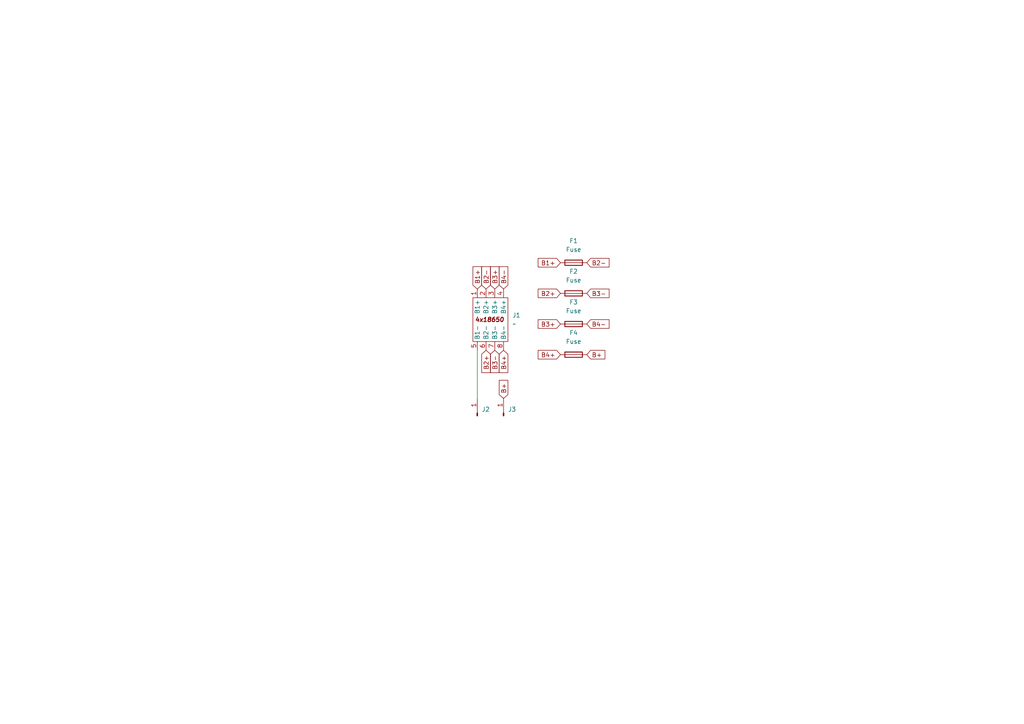
<source format=kicad_sch>
(kicad_sch (version 20250114) (generator "eeschema") (generator_version "9.0")
  (paper "A4")
  (lib_symbols
    (symbol "Connector:Conn_01x01_Pin" (pin_names (offset 1.016) (hide yes))
      (property "Reference" "J" (at 0 2.54 0))
      (property "Value" "Conn_01x01_Pin" (at 0 -2.54 0))
      (symbol "Conn_01x01_Pin_1_1"
        (rectangle (start 0.8636 0.127) (end 0 -0.127) (stroke (width 0.1524)) (fill (type outline)))
        (polyline (pts (xy 1.27 0) (xy 0.8636 0)) (stroke (width 0.1524)))
        (pin passive line (at 5.08 0 180) (length 3.81) (name "Pin_1") (number "1"))
      )
    )
    (symbol "Device:Fuse" (pin_numbers (hide yes)) (pin_names (offset 0))
      (property "Reference" "F" (at 2.032 0 90))
      (property "Value" "Fuse" (at -1.905 0 90))
      (symbol "Fuse_0_1"
        (rectangle (start -0.762 -2.54) (end 0.762 2.54) (stroke (width 0.254)))
        (polyline (pts (xy 0 2.54) (xy 0 -2.54)))
      )
      (symbol "Fuse_1_1"
        (pin passive line (at 0 3.81 270) (length 1.27) (name "~") (number "1"))
        (pin passive line (at 0 -3.81 90) (length 1.27) (name "~") (number "2"))
      )
    )
    (symbol "JK_symbols:CellHolder_18650_4x_Parallel"
      (property "Reference" "J" (at -7.366 0 0))
      (symbol "CellHolder_18650_4x_Parallel_0_1"
        (rectangle (start -5.08 6.35) (end 5.08 -6.35))
      )
      (symbol "CellHolder_18650_4x_Parallel_1_1"
        (text "4x18650" (at -0.254 0 0) (effects (font (size 1.27 1.27) (thickness 0.254) (bold yes) (italic yes))))
        (pin input line (at -3.81 8.89 270) (length 2.54) (name "B1+") (number "1"))
        (pin input line (at -3.81 -8.89 90) (length 2.54) (name "B1-") (number "5"))
        (pin input line (at -1.27 8.89 270) (length 2.54) (name "B2+") (number "2"))
        (pin input line (at -1.27 -8.89 90) (length 2.54) (name "B2-") (number "6"))
        (pin input line (at 1.27 8.89 270) (length 2.54) (name "B3+") (number "3"))
        (pin input line (at 1.27 -8.89 90) (length 2.54) (name "B3-") (number "7"))
        (pin input line (at 3.81 8.89 270) (length 2.54) (name "B4+") (number "4"))
        (pin input line (at 3.81 -8.89 90) (length 2.54) (name "B4-") (number "8"))
      )
    )
  )
  (wire (pts (xy 138.43 101.6) (xy 138.43 115.57)))
  (global_label "B1+" (shape input) (at 162.56 76.2 180) (property "Intersheetrefs" "${INTERSHEET_REFS}" (effects (hide yes))))
  (global_label "B4-" (shape input) (at 146.05 83.82 90) (property "Intersheetrefs" "${INTERSHEET_REFS}" (effects (hide yes))))
  (global_label "B1+" (shape input) (at 138.43 83.82 90) (property "Intersheetrefs" "${INTERSHEET_REFS}" (effects (hide yes))))
  (global_label "B3-" (shape input) (at 170.18 85.09 0) (property "Intersheetrefs" "${INTERSHEET_REFS}" (effects (hide yes))))
  (global_label "B2+" (shape input) (at 162.56 85.09 180) (property "Intersheetrefs" "${INTERSHEET_REFS}" (effects (hide yes))))
  (global_label "B2-" (shape input) (at 140.97 83.82 90) (property "Intersheetrefs" "${INTERSHEET_REFS}" (effects (hide yes))))
  (global_label "B4+" (shape input) (at 146.05 101.6 270) (property "Intersheetrefs" "${INTERSHEET_REFS}" (effects (hide yes))))
  (global_label "B3-" (shape input) (at 143.51 101.6 270) (property "Intersheetrefs" "${INTERSHEET_REFS}" (effects (hide yes))))
  (global_label "B2+" (shape input) (at 140.97 101.6 270) (property "Intersheetrefs" "${INTERSHEET_REFS}" (effects (hide yes))))
  (global_label "B3+" (shape input) (at 162.56 93.98 180) (property "Intersheetrefs" "${INTERSHEET_REFS}" (effects (hide yes))))
  (global_label "B+" (shape input) (at 170.18 102.87 0) (property "Intersheetrefs" "${INTERSHEET_REFS}" (effects (hide yes))))
  (global_label "B4+" (shape input) (at 162.56 102.87 180) (property "Intersheetrefs" "${INTERSHEET_REFS}" (effects (hide yes))))
  (global_label "B+" (shape input) (at 146.05 115.57 90) (property "Intersheetrefs" "${INTERSHEET_REFS}" (effects (hide yes))))
  (global_label "B3+" (shape input) (at 143.51 83.82 90) (property "Intersheetrefs" "${INTERSHEET_REFS}" (effects (hide yes))))
  (global_label "B4-" (shape input) (at 170.18 93.98 0) (property "Intersheetrefs" "${INTERSHEET_REFS}" (effects (hide yes))))
  (global_label "B2-" (shape input) (at 170.18 76.2 0) (property "Intersheetrefs" "${INTERSHEET_REFS}" (effects (hide yes))))
  (symbol (lib_id "Connector:Conn_01x01_Pin") (at 138.43 120.65 90) (unit 1)
    (property "Reference" "J2" (at 139.7 118.7449 90) (effects (justify right)))
    (property "Value" "Conn_01x01_Pin" (effects (hide yes)))
    (property "Footprint" "JK_footprints:Faston_C27636945" (effects (hide yes)))
    (property "Description" "Generic connector, single row, 01x01, script generated" (effects (hide yes)))
    (property "LCSC" "C27636945" (effects (hide yes)))
  )
  (symbol (lib_id "Device:Fuse") (at 166.37 85.09 90) (unit 1)
    (property "Reference" "F2" (at 166.37 78.74 90))
    (property "Value" "Fuse" (at 166.37 81.28 90))
    (property "Footprint" "Fuse:Fuse_0603_1608Metric" (effects (hide yes)))
    (property "Description" "Fuse" (effects (hide yes)))
    (property "LCSC" "C41380234" (effects (hide yes)))
  )
  (symbol (lib_id "Device:Fuse") (at 166.37 76.2 90) (unit 1)
    (property "Reference" "F1" (at 166.37 69.85 90))
    (property "Value" "Fuse" (at 166.37 72.39 90))
    (property "Footprint" "Fuse:Fuse_0603_1608Metric" (effects (hide yes)))
    (property "Description" "Fuse" (effects (hide yes)))
    (property "LCSC" "C41380234" (effects (hide yes)))
  )
  (symbol (lib_id "Connector:Conn_01x01_Pin") (at 146.05 120.65 90) (unit 1)
    (property "Reference" "J3" (at 147.32 118.7449 90) (effects (justify right)))
    (property "Value" "Conn_01x01_Pin" (effects (hide yes)))
    (property "Footprint" "JK_footprints:Faston_C27636945" (effects (hide yes)))
    (property "Description" "Generic connector, single row, 01x01, script generated" (effects (hide yes)))
    (property "LCSC" "C27636945" (effects (hide yes)))
  )
  (symbol (lib_id "JK_symbols:CellHolder_18650_4x_Parallel") (at 142.24 92.71 0) (unit 1)
    (property "Reference" "J1" (at 148.59 91.4399 0) (effects (justify left)))
    (property "Value" "~" (at 148.59 93.9799 0) (effects (justify left)))
    (property "Footprint" "JK_footprints:4xCellHolder_18650" (effects (hide yes)))
  )
  (symbol (lib_id "Device:Fuse") (at 166.37 102.87 90) (unit 1)
    (property "Reference" "F4" (at 166.37 96.52 90))
    (property "Value" "Fuse" (at 166.37 99.06 90))
    (property "Footprint" "Fuse:Fuse_0603_1608Metric" (effects (hide yes)))
    (property "Description" "Fuse" (effects (hide yes)))
    (property "LCSC" "C41380234" (effects (hide yes)))
  )
  (symbol (lib_id "Device:Fuse") (at 166.37 93.98 90) (unit 1)
    (property "Reference" "F3" (at 166.37 87.63 90))
    (property "Value" "Fuse" (at 166.37 90.17 90))
    (property "Footprint" "Fuse:Fuse_0603_1608Metric" (effects (hide yes)))
    (property "Description" "Fuse" (effects (hide yes)))
    (property "LCSC" "C41380234" (effects (hide yes)))
  )
)
</source>
